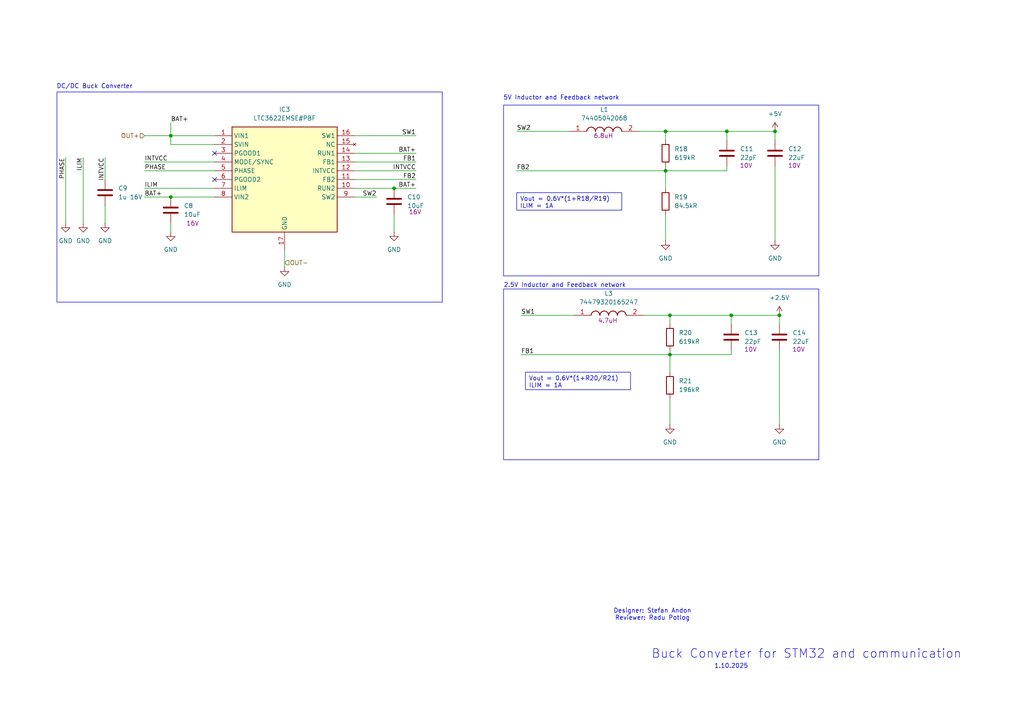
<source format=kicad_sch>
(kicad_sch (version 20250114) (generator "eeschema") (generator_version "9.0")
  (paper "A4")
  (lib_symbols
    (symbol "74405042068:74405042068" (pin_names (hide yes))
      (property "Reference" "L" (at 16.51 6.35 0))
      (property "Value" "74405042068" (at 16.51 3.81 0))
      (symbol "74405042068_1_1"
        (arc (start 5.08 0) (mid 6.35 1.219) (end 7.62 0) (stroke (width 0.254)))
        (arc (start 7.62 0) (mid 8.89 1.219) (end 10.16 0) (stroke (width 0.254)))
        (arc (start 10.16 0) (mid 11.43 1.219) (end 12.7 0) (stroke (width 0.254)))
        (arc (start 12.7 0) (mid 13.97 1.219) (end 15.24 0) (stroke (width 0.254)))
        (pin passive line (at 0 0 0) (length 5.08) (name "1") (number "1"))
        (pin passive line (at 20.32 0 180) (length 5.08) (name "2") (number "2"))
      )
    )
    (symbol "74479320165247:74479320165247" (pin_names (hide yes))
      (property "Reference" "L" (at 16.51 6.35 0))
      (property "Value" "74479320165247" (at 16.51 3.81 0))
      (symbol "74479320165247_1_1"
        (arc (start 5.08 0) (mid 6.35 1.219) (end 7.62 0) (stroke (width 0.254)))
        (arc (start 7.62 0) (mid 8.89 1.219) (end 10.16 0) (stroke (width 0.254)))
        (arc (start 10.16 0) (mid 11.43 1.219) (end 12.7 0) (stroke (width 0.254)))
        (arc (start 12.7 0) (mid 13.97 1.219) (end 15.24 0) (stroke (width 0.254)))
        (pin passive line (at 0 0 0) (length 5.08) (name "1") (number "1"))
        (pin passive line (at 20.32 0 180) (length 5.08) (name "2") (number "2"))
      )
    )
    (symbol "Device:C" (pin_numbers (hide yes)) (pin_names (offset 0.254))
      (property "Reference" "C" (at 0.635 2.54 0))
      (property "Value" "C" (at 0.635 -2.54 0))
      (symbol "C_0_1"
        (polyline (pts (xy -2.032 0.762) (xy 2.032 0.762)) (stroke (width 0.508)))
        (polyline (pts (xy -2.032 -0.762) (xy 2.032 -0.762)) (stroke (width 0.508)))
      )
      (symbol "C_1_1"
        (pin passive line (at 0 3.81 270) (length 2.794) (name "~") (number "1"))
        (pin passive line (at 0 -3.81 90) (length 2.794) (name "~") (number "2"))
      )
    )
    (symbol "Device:R" (pin_numbers (hide yes)) (pin_names (offset 0))
      (property "Reference" "R" (at 2.032 0 90))
      (property "Value" "R" (at 0 0 90))
      (symbol "R_0_1"
        (rectangle (start -1.016 -2.54) (end 1.016 2.54) (stroke (width 0.254)))
      )
      (symbol "R_1_1"
        (pin passive line (at 0 3.81 270) (length 1.27) (name "~") (number "1"))
        (pin passive line (at 0 -3.81 90) (length 1.27) (name "~") (number "2"))
      )
    )
    (symbol "LTC3622EMSE#PBF:LTC3622EMSE#PBF"
      (property "Reference" "IC" (at 36.83 7.62 0))
      (property "Value" "LTC3622EMSE#PBF" (at 36.83 5.08 0))
      (symbol "LTC3622EMSE#PBF_1_1"
        (rectangle (start 5.08 2.54) (end 35.56 -27.94) (stroke (width 0.254)) (fill (type background)))
        (pin passive line (at 0 0 0) (length 5.08) (name "VIN1") (number "1"))
        (pin passive line (at 0 -2.54 0) (length 5.08) (name "SVIN") (number "2"))
        (pin passive line (at 0 -5.08 0) (length 5.08) (name "PGOOD1") (number "3"))
        (pin passive line (at 0 -7.62 0) (length 5.08) (name "MODE/SYNC") (number "4"))
        (pin passive line (at 0 -10.16 0) (length 5.08) (name "PHASE") (number "5"))
        (pin passive line (at 0 -12.7 0) (length 5.08) (name "PGOOD2") (number "6"))
        (pin passive line (at 0 -15.24 0) (length 5.08) (name "ILIM") (number "7"))
        (pin passive line (at 0 -17.78 0) (length 5.08) (name "VIN2") (number "8"))
        (pin passive line (at 20.32 -33.02 90) (length 5.08) (name "GND") (number "17"))
        (pin passive line (at 40.64 0 180) (length 5.08) (name "SW1") (number "16"))
        (pin no_connect line (at 40.64 -2.54 180) (length 5.08) (name "NC") (number "15"))
        (pin passive line (at 40.64 -5.08 180) (length 5.08) (name "RUN1") (number "14"))
        (pin passive line (at 40.64 -7.62 180) (length 5.08) (name "FB1") (number "13"))
        (pin passive line (at 40.64 -10.16 180) (length 5.08) (name "INTVCC") (number "12"))
        (pin passive line (at 40.64 -12.7 180) (length 5.08) (name "FB2") (number "11"))
        (pin passive line (at 40.64 -15.24 180) (length 5.08) (name "RUN2") (number "10"))
        (pin passive line (at 40.64 -17.78 180) (length 5.08) (name "SW2") (number "9"))
      )
    )
    (symbol "power:+5V" (power) (pin_numbers (hide yes)) (pin_names (offset 0) (hide yes))
      (property "Value" "+5V" (at 0 3.556 0))
      (symbol "+5V_0_1"
        (polyline (pts (xy -0.762 1.27) (xy 0 2.54)))
        (polyline (pts (xy 0 2.54) (xy 0.762 1.27)))
        (polyline (pts (xy 0 0) (xy 0 2.54)))
      )
      (symbol "+5V_1_1"
        (pin power_in line (at 0 0 90) (length 0) (name "~") (number "1"))
      )
    )
    (symbol "power:GND" (power) (pin_numbers (hide yes)) (pin_names (offset 0) (hide yes))
      (property "Value" "GND" (at 0 -3.81 0))
      (symbol "GND_0_1"
        (polyline (pts (xy 0 0) (xy 0 -1.27) (xy 1.27 -1.27) (xy 0 -2.54) (xy -1.27 -1.27) (xy 0 -1.27)))
      )
      (symbol "GND_1_1"
        (pin power_in line (at 0 0 270) (length 0) (name "~") (number "1"))
      )
    )
  )
  (rectangle (start 16.51 26.67) (end 128.27 87.63))
  (rectangle (start 146.05 30.48) (end 237.49 80.01))
  (rectangle (start 146.05 83.82) (end 237.49 133.35))
  (text "Designer: Stefan Andon\nReviewer: Radu Potlog" (at 189.23 178.308 0) (effects (font (size 1.27 1.27))))
  (text "DC/DC Buck Converter" (at 27.432 25.146 0) (effects (font (size 1.27 1.27))))
  (text "Buck Converter for STM32 and communication" (at 233.934 189.738 0) (effects (font (size 2.54 2.54))))
  (text "2.5V Inductor and Feedback network" (at 163.83 82.804 0) (effects (font (size 1.27 1.27))))
  (text "5V Inductor and Feedback network" (at 162.814 28.448 0) (effects (font (size 1.27 1.27))))
  (text "1.10.2025" (at 212.09 193.294 0) (effects (font (size 1.27 1.27))))
  (text_box "Vout = 0.6V*(1+R20/R21)\nILIM = 1A" (at 152.4 107.95 0) (size 30.48 5.08) (margins 0.9525 0.9525 0.9525 0.9525) (effects (font (size 1.27 1.27)) (justify left top)))
  (text_box "Vout = 0.6V*(1+R18/R19)\nILIM = 1A" (at 149.86 55.88 0) (size 30.48 5.08) (margins 0.9525 0.9525 0.9525 0.9525) (effects (font (size 1.27 1.27)) (justify left top)))
  (junction (at 226.06 91.44))
  (junction (at 49.53 57.15))
  (junction (at 193.04 49.53))
  (junction (at 49.53 39.37))
  (junction (at 210.82 38.1))
  (junction (at 114.3 54.61))
  (junction (at 194.31 102.87))
  (junction (at 194.31 91.44))
  (junction (at 193.04 38.1))
  (junction (at 212.09 91.44))
  (junction (at 224.79 38.1))
  (no_connect (at 62.23 44.45))
  (no_connect (at 62.23 52.07))
  (wire (pts (xy 49.53 39.37) (xy 62.23 39.37)))
  (wire (pts (xy 226.06 91.44) (xy 226.06 93.98)))
  (wire (pts (xy 41.91 57.15) (xy 49.53 57.15)))
  (wire (pts (xy 41.91 54.61) (xy 62.23 54.61)))
  (wire (pts (xy 149.86 49.53) (xy 193.04 49.53)))
  (wire (pts (xy 114.3 62.23) (xy 114.3 67.31)))
  (wire (pts (xy 30.48 52.07) (xy 30.48 45.72)))
  (wire (pts (xy 49.53 41.91) (xy 49.53 39.37)))
  (wire (pts (xy 41.91 46.99) (xy 62.23 46.99)))
  (wire (pts (xy 210.82 38.1) (xy 210.82 40.64)))
  (wire (pts (xy 194.31 91.44) (xy 212.09 91.44)))
  (wire (pts (xy 193.04 49.53) (xy 193.04 54.61)))
  (wire (pts (xy 149.86 38.1) (xy 165.1 38.1)))
  (wire (pts (xy 102.87 46.99) (xy 120.65 46.99)))
  (wire (pts (xy 102.87 49.53) (xy 120.65 49.53)))
  (wire (pts (xy 212.09 101.6) (xy 212.09 102.87)))
  (wire (pts (xy 212.09 91.44) (xy 226.06 91.44)))
  (wire (pts (xy 210.82 48.26) (xy 210.82 49.53)))
  (wire (pts (xy 102.87 52.07) (xy 120.65 52.07)))
  (wire (pts (xy 226.06 101.6) (xy 226.06 123.19)))
  (wire (pts (xy 224.79 38.1) (xy 224.79 40.64)))
  (wire (pts (xy 24.13 45.72) (xy 24.13 64.77)))
  (wire (pts (xy 102.87 44.45) (xy 120.65 44.45)))
  (wire (pts (xy 102.87 39.37) (xy 120.65 39.37)))
  (wire (pts (xy 210.82 38.1) (xy 224.79 38.1)))
  (wire (pts (xy 194.31 102.87) (xy 194.31 107.95)))
  (wire (pts (xy 193.04 38.1) (xy 193.04 40.64)))
  (wire (pts (xy 62.23 41.91) (xy 49.53 41.91)))
  (wire (pts (xy 194.31 91.44) (xy 194.31 93.98)))
  (wire (pts (xy 186.69 91.44) (xy 194.31 91.44)))
  (wire (pts (xy 151.13 102.87) (xy 194.31 102.87)))
  (wire (pts (xy 185.42 38.1) (xy 193.04 38.1)))
  (wire (pts (xy 19.05 45.72) (xy 19.05 64.77)))
  (wire (pts (xy 193.04 62.23) (xy 193.04 69.85)))
  (wire (pts (xy 82.55 72.39) (xy 82.55 77.47)))
  (wire (pts (xy 194.31 101.6) (xy 194.31 102.87)))
  (wire (pts (xy 114.3 54.61) (xy 120.65 54.61)))
  (wire (pts (xy 41.91 39.37) (xy 49.53 39.37)))
  (wire (pts (xy 30.48 59.69) (xy 30.48 64.77)))
  (wire (pts (xy 151.13 91.44) (xy 166.37 91.44)))
  (wire (pts (xy 212.09 102.87) (xy 194.31 102.87)))
  (wire (pts (xy 49.53 57.15) (xy 62.23 57.15)))
  (wire (pts (xy 224.79 48.26) (xy 224.79 69.85)))
  (wire (pts (xy 194.31 115.57) (xy 194.31 123.19)))
  (wire (pts (xy 102.87 57.15) (xy 109.22 57.15)))
  (wire (pts (xy 49.53 64.77) (xy 49.53 67.31)))
  (wire (pts (xy 41.91 49.53) (xy 62.23 49.53)))
  (wire (pts (xy 193.04 48.26) (xy 193.04 49.53)))
  (wire (pts (xy 102.87 54.61) (xy 114.3 54.61)))
  (wire (pts (xy 210.82 49.53) (xy 193.04 49.53)))
  (wire (pts (xy 193.04 38.1) (xy 210.82 38.1)))
  (wire (pts (xy 49.53 35.56) (xy 49.53 39.37)))
  (wire (pts (xy 212.09 91.44) (xy 212.09 93.98)))
  (label "PHASE" (at 19.05 45.72 270))
  (label "PHASE" (at 41.91 49.53 0))
  (label "ILIM" (at 41.91 54.61 0))
  (label "FB2" (at 120.65 52.07 180))
  (label "BAT+" (at 41.91 57.15 0))
  (label "SW2" (at 149.86 38.1 0))
  (label "INTVCC" (at 30.48 45.72 270))
  (label "INTVCC" (at 41.91 46.99 0))
  (label "BAT+" (at 120.65 54.61 180))
  (label "INTVCC" (at 120.65 49.53 180))
  (label "BAT+" (at 49.53 35.56 0))
  (label "SW1" (at 151.13 91.44 0))
  (label "FB2" (at 149.86 49.53 0))
  (label "SW2" (at 109.22 57.15 180))
  (label "FB1" (at 151.13 102.87 0))
  (label "SW1" (at 120.65 39.37 180))
  (label "ILIM" (at 24.13 45.72 270))
  (label "BAT+" (at 120.65 44.45 180))
  (label "FB1" (at 120.65 46.99 180))
  (hierarchical_label "OUT+" (shape input) (at 41.91 39.37 180))
  (hierarchical_label "OUT-" (shape input) (at 82.55 76.2 0))
  (symbol (lib_id "Device:C") (at 224.79 44.45 0) (unit 1)
    (property "Reference" "C12" (at 228.6 43.1799 0) (effects (justify left)))
    (property "Value" "22uF" (at 228.6 45.7199 0) (effects (justify left)))
    (property "Footprint" "Capacitor_SMD:C_0603_1608Metric" (effects (hide yes)))
    (property "Description" "Unpolarized capacitor" (effects (hide yes)))
    (property "Voltage" "10V" (at 230.378 48.006 0))
  )
  (symbol (lib_id "Device:R") (at 193.04 44.45 0) (unit 1)
    (property "Reference" "R18" (at 195.58 43.1799 0) (effects (justify left)))
    (property "Value" "619kR" (at 195.58 45.7199 0) (effects (justify left)))
    (property "Footprint" "Resistor_SMD:R_0603_1608Metric" (effects (hide yes)))
    (property "Description" "Resistor" (effects (hide yes)))
  )
  (symbol (lib_id "power:GND") (at 193.04 69.85 0) (unit 1)
    (property "Reference" "#PWR022" (effects (hide yes)))
    (property "Value" "GND" (at 193.04 74.93 0))
    (property "Description" "Power symbol creates a global label with name \"GND\" , ground" (effects (hide yes)))
  )
  (symbol (lib_id "power:GND") (at 114.3 67.31 0) (unit 1)
    (property "Reference" "#PWR021" (effects (hide yes)))
    (property "Value" "GND" (at 114.3 72.39 0))
    (property "Description" "Power symbol creates a global label with name \"GND\" , ground" (effects (hide yes)))
  )
  (symbol (lib_id "power:GND") (at 49.53 67.31 0) (unit 1)
    (property "Reference" "#PWR016" (effects (hide yes)))
    (property "Value" "GND" (at 49.53 72.39 0))
    (property "Description" "Power symbol creates a global label with name \"GND\" , ground" (effects (hide yes)))
  )
  (symbol (lib_id "Device:C") (at 49.53 60.96 0) (unit 1)
    (property "Reference" "C8" (at 53.34 59.6899 0) (effects (justify left)))
    (property "Value" "10uF" (at 53.34 62.2299 0) (effects (justify left)))
    (property "Footprint" "Capacitor_SMD:C_0603_1608Metric" (effects (hide yes)))
    (property "Description" "Unpolarized capacitor" (effects (hide yes)))
    (property "Voltage" "16V" (at 55.88 64.77 0))
  )
  (symbol (lib_id "power:GND") (at 224.79 69.85 0) (unit 1)
    (property "Reference" "#PWR023" (effects (hide yes)))
    (property "Value" "GND" (at 224.79 74.93 0))
    (property "Description" "Power symbol creates a global label with name \"GND\" , ground" (effects (hide yes)))
  )
  (symbol (lib_id "power:+5V") (at 224.79 38.1 0) (unit 1)
    (property "Reference" "#PWR024" (effects (hide yes)))
    (property "Value" "+5V" (at 224.79 33.02 0))
    (property "Description" "Power symbol creates a global label with name \"+5V\"" (effects (hide yes)))
  )
  (symbol (lib_id "Device:R") (at 193.04 58.42 0) (unit 1)
    (property "Reference" "R19" (at 195.58 57.1499 0) (effects (justify left)))
    (property "Value" "84.5kR" (at 195.58 59.6899 0) (effects (justify left)))
    (property "Footprint" "Resistor_SMD:R_0603_1608Metric" (effects (hide yes)))
    (property "Description" "Resistor" (effects (hide yes)))
  )
  (symbol (lib_id "74405042068:74405042068") (at 165.1 38.1 0) (unit 1)
    (property "Reference" "L1" (at 175.26 31.75 0))
    (property "Value" "74405042068" (at 175.26 34.29 0))
    (property "Footprint" "INDPM4040X200N" (effects (hide yes)))
    (property "Datasheet" "http://katalog.we-online.de/pbs/datasheet/74405042068.pdf" (effects (hide yes)))
    (property "Description" "Wurth WE-LQSH Series Type 4020 Shielded Wire-wound SMD Inductor 6.8 H +/-20% Wire-Wound 1.9A Idc" (effects (hide yes)))
    (property "Height" "2" (effects (hide yes)))
    (property "Mouser Part Number" "710-74405042068" (effects (hide yes)))
    (property "Mouser Price/Stock" "https://www.mouser.co.uk/ProductDetail/Wurth-Elektronik/74405042068?qs=h3%2Fj8evtlm1AuO%252Bn9iGtQw%3D%3D" (effects (hide yes)))
    (property "Manufacturer_Name" "Wurth Elektronik" (effects (hide yes)))
    (property "Manufacturer_Part_Number" "74405042068" (effects (hide yes)))
    (property "Inductance" "6.8uH" (at 175.006 39.37 0))
    (property "Tolerance" "20%" (effects (hide yes)))
  )
  (symbol (lib_id "Device:C") (at 212.09 97.79 0) (unit 1)
    (property "Reference" "C13" (at 215.9 96.5199 0) (effects (justify left)))
    (property "Value" "22pF" (at 215.9 99.0599 0) (effects (justify left)))
    (property "Footprint" "Capacitor_SMD:C_0603_1608Metric" (effects (hide yes)))
    (property "Description" "Unpolarized capacitor" (effects (hide yes)))
    (property "Voltage" "10V" (at 217.678 101.346 0))
  )
  (symbol (lib_id "power:GND") (at 226.06 123.19 0) (unit 1)
    (property "Reference" "#PWR027" (effects (hide yes)))
    (property "Value" "GND" (at 226.06 128.27 0))
    (property "Description" "Power symbol creates a global label with name \"GND\" , ground" (effects (hide yes)))
  )
  (symbol (lib_id "Device:C") (at 30.48 55.88 180) (unit 1)
    (property "Reference" "C9" (at 34.29 54.6099 0) (effects (justify right)))
    (property "Value" "1u 16V" (at 34.29 57.1499 0) (effects (justify right)))
    (property "Footprint" "Capacitor_SMD:C_0603_1608Metric" (effects (hide yes)))
    (property "Description" "Unpolarized capacitor" (effects (hide yes)))
  )
  (symbol (lib_id "Device:R") (at 194.31 111.76 0) (unit 1)
    (property "Reference" "R21" (at 196.85 110.4899 0) (effects (justify left)))
    (property "Value" "196kR" (at 196.85 113.0299 0) (effects (justify left)))
    (property "Footprint" "Resistor_SMD:R_0603_1608Metric" (effects (hide yes)))
    (property "Description" "Resistor" (effects (hide yes)))
  )
  (symbol (lib_id "Device:R") (at 194.31 97.79 0) (unit 1)
    (property "Reference" "R20" (at 196.85 96.5199 0) (effects (justify left)))
    (property "Value" "619kR" (at 196.85 99.0599 0) (effects (justify left)))
    (property "Footprint" "Resistor_SMD:R_0603_1608Metric" (effects (hide yes)))
    (property "Description" "Resistor" (effects (hide yes)))
  )
  (symbol (lib_id "LTC3622EMSE#PBF:LTC3622EMSE#PBF") (at 62.23 39.37 0) (unit 1)
    (property "Reference" "IC3" (at 82.55 31.75 0))
    (property "Value" "LTC3622EMSE#PBF" (at 82.55 34.29 0))
    (property "Footprint" "SOP50P490X110-17N" (effects (hide yes)))
    (property "Datasheet" "https://www.analog.com/media/en/technical-documentation/data-sheets/LTC3622-3622-2-3622-23-5.pdf" (effects (hide yes)))
    (property "Description" "Switching Voltage Regulators Dual 1A, 17V, 5uA 1MHz Synch Buck Converter for the 3622 and Dual 1A, 17V, 5uA 2.25MHz Synch Buck Converter" (effects (hide yes)))
    (property "Height" "1.1" (effects (hide yes)))
    (property "Mouser Part Number" "584-LTC3622EMSE#PBF" (effects (hide yes)))
    (property "Mouser Price/Stock" "https://www.mouser.co.uk/ProductDetail/Analog-Devices/LTC3622EMSEPBF?qs=oahfZPh6IAJB0O%2FJ63PWWw%3D%3D" (effects (hide yes)))
    (property "Manufacturer_Name" "Analog Devices" (effects (hide yes)))
    (property "Manufacturer_Part_Number" "LTC3622EMSE#PBF" (effects (hide yes)))
  )
  (symbol (lib_id "power:GND") (at 30.48 64.77 0) (unit 1)
    (property "Reference" "#PWR020" (effects (hide yes)))
    (property "Value" "GND" (at 30.48 69.85 0))
    (property "Description" "Power symbol creates a global label with name \"GND\" , ground" (effects (hide yes)))
  )
  (symbol (lib_id "power:GND") (at 19.05 64.77 0) (unit 1)
    (property "Reference" "#PWR018" (effects (hide yes)))
    (property "Value" "GND" (at 19.05 69.85 0))
    (property "Description" "Power symbol creates a global label with name \"GND\" , ground" (effects (hide yes)))
  )
  (symbol (lib_id "power:GND") (at 24.13 64.77 0) (unit 1)
    (property "Reference" "#PWR019" (effects (hide yes)))
    (property "Value" "GND" (at 24.13 69.85 0))
    (property "Description" "Power symbol creates a global label with name \"GND\" , ground" (effects (hide yes)))
  )
  (symbol (lib_id "power:+5V") (at 226.06 91.44 0) (unit 1)
    (property "Reference" "#PWR026" (effects (hide yes)))
    (property "Value" "+2.5V" (at 226.06 86.36 0))
    (property "Description" "Power symbol creates a global label with name \"+5V\"" (effects (hide yes)))
  )
  (symbol (lib_id "power:GND") (at 82.55 77.47 0) (unit 1)
    (property "Reference" "#PWR017" (effects (hide yes)))
    (property "Value" "GND" (at 82.55 82.55 0))
    (property "Description" "Power symbol creates a global label with name \"GND\" , ground" (effects (hide yes)))
  )
  (symbol (lib_id "Device:C") (at 210.82 44.45 0) (unit 1)
    (property "Reference" "C11" (at 214.63 43.1799 0) (effects (justify left)))
    (property "Value" "22pF" (at 214.63 45.7199 0) (effects (justify left)))
    (property "Footprint" "Capacitor_SMD:C_0603_1608Metric" (effects (hide yes)))
    (property "Description" "Unpolarized capacitor" (effects (hide yes)))
    (property "Voltage" "10V" (at 216.408 48.006 0))
  )
  (symbol (lib_id "74479320165247:74479320165247") (at 166.37 91.44 0) (unit 1)
    (property "Reference" "L3" (at 176.53 85.09 0))
    (property "Value" "74479320165247" (at 176.53 87.63 0))
    (property "Footprint" "74479320165247" (effects (hide yes)))
    (property "Datasheet" "https://www.we-online.com/components/products/datasheet/74479320165247.pdf" (effects (hide yes)))
    (property "Description" "4.7 H Shielded Molded Inductor 2.1 A 220mOhm Max 0806 (2016 Metric) , 30MHz , -55C ~ 150C" (effects (hide yes)))
    (property "Height" "1" (effects (hide yes)))
    (property "Manufacturer_Name" "Wurth Elektronik" (effects (hide yes)))
    (property "Manufacturer_Part_Number" "74479320165247" (effects (hide yes)))
    (property "Inductance" "4.7uH" (at 176.276 92.964 0))
  )
  (symbol (lib_id "power:GND") (at 194.31 123.19 0) (unit 1)
    (property "Reference" "#PWR025" (effects (hide yes)))
    (property "Value" "GND" (at 194.31 128.27 0))
    (property "Description" "Power symbol creates a global label with name \"GND\" , ground" (effects (hide yes)))
  )
  (symbol (lib_id "Device:C") (at 114.3 58.42 0) (unit 1)
    (property "Reference" "C10" (at 118.11 57.1499 0) (effects (justify left)))
    (property "Value" "10uF" (at 118.11 59.6899 0) (effects (justify left)))
    (property "Footprint" "Capacitor_SMD:C_0603_1608Metric" (effects (hide yes)))
    (property "Description" "Unpolarized capacitor" (effects (hide yes)))
    (property "Voltage" "16V" (at 120.396 61.468 0))
  )
  (symbol (lib_id "Device:C") (at 226.06 97.79 0) (unit 1)
    (property "Reference" "C14" (at 229.87 96.5199 0) (effects (justify left)))
    (property "Value" "22uF" (at 229.87 99.0599 0) (effects (justify left)))
    (property "Footprint" "Capacitor_SMD:C_0603_1608Metric" (effects (hide yes)))
    (property "Description" "Unpolarized capacitor" (effects (hide yes)))
    (property "Voltage" "10V" (at 231.648 101.346 0))
  )
)
</source>
